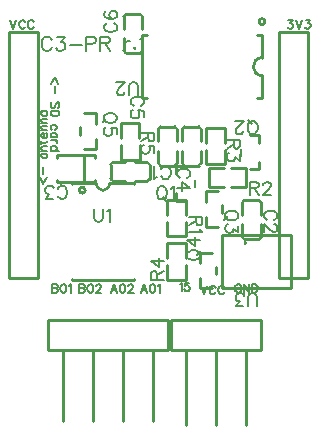
<source format=gto>
G04 Layer: TopSilkLayer*
G04 EasyEDA v6.4.0, 2020-07-20T23:37:23+02:00*
G04 8414f0393b39484c82beb45b477d05cc,d798ca008b2c48fc9d28453cf4f639a5,10*
G04 Gerber Generator version 0.2*
G04 Scale: 100 percent, Rotated: No, Reflected: No *
G04 Dimensions in millimeters *
G04 leading zeros omitted , absolute positions ,3 integer and 3 decimal *
%FSLAX33Y33*%
%MOMM*%
G90*
G71D02*

%ADD10C,0.254000*%
%ADD25C,0.200000*%
%ADD26C,0.203200*%
%ADD27C,0.152400*%

%LPD*%
G54D10*
G01X24536Y3632D02*
G01X18694Y3632D01*
G01X18694Y3632D02*
G01X18694Y8128D01*
G01X18694Y8128D02*
G01X24536Y8128D01*
G01X24536Y8128D02*
G01X24536Y3632D01*
G01X14697Y13970D02*
G01X13497Y13970D01*
G01X14897Y16020D02*
G01X14897Y17020D01*
G01X13296Y16020D02*
G01X13296Y17020D01*
G01X14897Y15220D02*
G01X14897Y14221D01*
G01X13296Y15220D02*
G01X13296Y14221D01*
G01X14697Y17271D02*
G01X13497Y17271D01*
G01X14897Y17071D02*
G01X14897Y17020D01*
G01X13296Y17070D02*
G01X13296Y17020D01*
G01X14897Y14170D02*
G01X14897Y14221D01*
G01X13296Y14171D02*
G01X13296Y14221D01*
G01X11722Y17551D02*
G01X10121Y17551D01*
G01X10127Y15701D02*
G01X10127Y14451D01*
G01X11727Y15701D02*
G01X11727Y14451D01*
G01X10121Y16301D02*
G01X10121Y17551D01*
G01X11722Y16301D02*
G01X11722Y17551D01*
G01X11727Y14451D02*
G01X10127Y14451D01*
G01X11918Y25002D02*
G01X11918Y19701D01*
G01X22117Y19701D02*
G01X22117Y21590D01*
G01X22117Y25002D02*
G01X22117Y23114D01*
G01X22117Y19701D02*
G01X21676Y19701D01*
G01X12359Y19701D02*
G01X11918Y19701D01*
G01X11918Y25002D02*
G01X12359Y25002D01*
G01X21676Y25002D02*
G01X22117Y25002D01*
G01X17627Y13754D02*
G01X17627Y12153D01*
G01X19477Y12159D02*
G01X20727Y12159D01*
G01X19477Y13759D02*
G01X20727Y13759D01*
G01X18877Y12153D02*
G01X17627Y12153D01*
G01X18877Y13754D02*
G01X17627Y13754D01*
G01X20727Y13759D02*
G01X20727Y12159D01*
G01X18961Y17170D02*
G01X17360Y17170D01*
G01X17366Y15320D02*
G01X17366Y14070D01*
G01X18966Y15320D02*
G01X18966Y14070D01*
G01X17360Y15920D02*
G01X17360Y17170D01*
G01X18961Y15920D02*
G01X18961Y17170D01*
G01X18966Y14070D02*
G01X17366Y14070D01*
G01X6666Y17204D02*
G01X6666Y16577D01*
G01X8065Y18390D02*
G01X8065Y17526D01*
G01X8065Y16255D02*
G01X8065Y15391D01*
G01X8065Y18390D02*
G01X7065Y18390D01*
G01X8065Y15391D02*
G01X7065Y15391D01*
G01X15659Y10986D02*
G01X14844Y10986D01*
G01X14844Y11645D01*
G01X14844Y13246D02*
G01X14844Y13905D01*
G01X14844Y13246D01*
G01X14844Y13905D01*
G01X15659Y13905D01*
G54D25*
G01X16393Y12146D02*
G01X16393Y12745D01*
G54D10*
G01X21043Y16572D02*
G01X21858Y16572D01*
G01X21858Y15913D01*
G01X21858Y14312D02*
G01X21858Y13653D01*
G01X21858Y14312D01*
G01X21858Y13653D01*
G01X21043Y13653D01*
G54D25*
G01X20309Y15412D02*
G01X20309Y14813D01*
G54D10*
G01X16729Y13970D02*
G01X15529Y13970D01*
G01X16929Y16020D02*
G01X16929Y17020D01*
G01X15328Y16020D02*
G01X15328Y17020D01*
G01X16929Y15220D02*
G01X16929Y14221D01*
G01X15328Y15220D02*
G01X15328Y14221D01*
G01X16729Y17271D02*
G01X15529Y17271D01*
G01X16929Y17071D02*
G01X16929Y17020D01*
G01X15328Y17070D02*
G01X15328Y17020D01*
G01X16929Y14170D02*
G01X16929Y14221D01*
G01X15328Y14171D02*
G01X15328Y14221D01*
G01X10575Y26796D02*
G01X11775Y26796D01*
G01X10375Y24746D02*
G01X10375Y23746D01*
G01X11976Y24746D02*
G01X11976Y23746D01*
G01X10375Y25546D02*
G01X10375Y26545D01*
G01X11976Y25546D02*
G01X11976Y26545D01*
G01X10575Y23495D02*
G01X11775Y23495D01*
G01X10375Y23695D02*
G01X10375Y23746D01*
G01X11976Y23696D02*
G01X11976Y23746D01*
G01X10375Y26596D02*
G01X10375Y26545D01*
G01X11976Y26595D02*
G01X11976Y26545D01*
G01X15621Y-1651D02*
G01X15621Y-8001D01*
G01X18161Y-1651D02*
G01X18161Y-8001D01*
G01X20701Y-1651D02*
G01X20701Y-8001D01*
G01X21971Y-1651D02*
G01X14351Y-1651D01*
G01X14351Y889D01*
G01X21971Y889D01*
G01X21971Y-1651D01*
G01X18733Y9973D02*
G01X18733Y10600D01*
G01X17334Y8787D02*
G01X17334Y9651D01*
G01X17334Y10922D02*
G01X17334Y11786D01*
G01X17334Y8787D02*
G01X18334Y8787D01*
G01X17334Y11786D02*
G01X18334Y11786D01*
G01X18225Y4766D02*
G01X18225Y5393D01*
G01X16826Y3580D02*
G01X16826Y4444D01*
G01X16826Y5715D02*
G01X16826Y6579D01*
G01X16826Y3580D02*
G01X17826Y3580D01*
G01X16826Y6579D02*
G01X17826Y6579D01*
G01X7950Y14859D02*
G01X6478Y14859D01*
G01X6478Y14859D01*
G01X4750Y14859D01*
G01X7949Y12573D02*
G01X4749Y12573D01*
G01X7949Y12573D02*
G01X7949Y12784D01*
G01X7949Y14647D02*
G01X7949Y14859D01*
G01X4749Y12573D02*
G01X4749Y12784D01*
G01X4749Y14647D02*
G01X4749Y14859D01*
G01X7039Y12573D02*
G01X7039Y14859D01*
G01X25984Y25268D02*
G01X25984Y4449D01*
G01X25984Y4449D02*
G01X23545Y4449D01*
G01X23545Y4449D02*
G01X23545Y25268D01*
G01X23545Y25268D02*
G01X25984Y25268D01*
G01X685Y4449D02*
G01X685Y25268D01*
G01X685Y25268D02*
G01X3124Y25268D01*
G01X3124Y25268D02*
G01X3124Y4449D01*
G01X3124Y4449D02*
G01X685Y4449D01*
G01X15659Y11074D02*
G01X14058Y11074D01*
G01X14064Y9224D02*
G01X14064Y7974D01*
G01X15664Y9224D02*
G01X15664Y7974D01*
G01X14058Y9824D02*
G01X14058Y11074D01*
G01X15659Y9824D02*
G01X15659Y11074D01*
G01X15664Y7974D02*
G01X14064Y7974D01*
G01X14058Y4292D02*
G01X15659Y4292D01*
G01X15653Y6142D02*
G01X15653Y7392D01*
G01X14053Y6142D02*
G01X14053Y7392D01*
G01X15659Y5542D02*
G01X15659Y4292D01*
G01X14058Y5542D02*
G01X14058Y4292D01*
G01X14053Y7392D02*
G01X15653Y7392D01*
G01X6036Y4282D02*
G01X11235Y4282D01*
G01X11235Y12481D02*
G01X11235Y12397D01*
G01X11235Y4366D02*
G01X11235Y4282D01*
G01X6036Y12481D02*
G01X6036Y12397D01*
G01X6036Y4366D02*
G01X6036Y4282D01*
G01X11235Y12481D02*
G01X9235Y12481D01*
G01X6036Y12481D02*
G01X8036Y12481D01*
G01X9271Y12861D02*
G01X9271Y14061D01*
G01X11321Y12661D02*
G01X12321Y12661D01*
G01X11321Y14262D02*
G01X12321Y14262D01*
G01X10521Y12661D02*
G01X9522Y12661D01*
G01X10521Y14262D02*
G01X9522Y14262D01*
G01X12572Y12861D02*
G01X12572Y14061D01*
G01X12372Y12661D02*
G01X12321Y12661D01*
G01X12371Y14262D02*
G01X12321Y14262D01*
G01X9471Y12661D02*
G01X9522Y12661D01*
G01X9472Y14262D02*
G01X9522Y14262D01*
G01X21809Y7747D02*
G01X20609Y7747D01*
G01X22009Y9797D02*
G01X22009Y10797D01*
G01X20408Y9797D02*
G01X20408Y10797D01*
G01X22009Y8997D02*
G01X22009Y7998D01*
G01X20408Y8997D02*
G01X20408Y7998D01*
G01X21809Y11048D02*
G01X20609Y11048D01*
G01X22009Y10848D02*
G01X22009Y10797D01*
G01X20408Y10847D02*
G01X20408Y10797D01*
G01X22009Y7947D02*
G01X22009Y7998D01*
G01X20408Y7948D02*
G01X20408Y7998D01*
G01X7747Y-1651D02*
G01X7747Y-7651D01*
G01X10287Y-1651D02*
G01X10287Y-7651D01*
G01X5207Y-1651D02*
G01X5207Y-7651D01*
G01X12827Y-1651D02*
G01X12827Y-7651D01*
G01X14097Y-1651D02*
G01X3937Y-1651D01*
G01X3937Y889D01*
G01X14097Y889D01*
G01X14097Y-1651D01*
G54D26*
G01X4318Y3931D02*
G01X4318Y3215D01*
G01X4318Y3931D02*
G01X4625Y3931D01*
G01X4726Y3898D01*
G01X4759Y3863D01*
G01X4795Y3794D01*
G01X4795Y3726D01*
G01X4759Y3660D01*
G01X4726Y3624D01*
G01X4625Y3591D01*
G01X4318Y3591D02*
G01X4625Y3591D01*
G01X4726Y3556D01*
G01X4759Y3522D01*
G01X4795Y3454D01*
G01X4795Y3352D01*
G01X4759Y3284D01*
G01X4726Y3251D01*
G01X4625Y3215D01*
G01X4318Y3215D01*
G01X5224Y3931D02*
G01X5123Y3898D01*
G01X5054Y3794D01*
G01X5019Y3624D01*
G01X5019Y3522D01*
G01X5054Y3352D01*
G01X5123Y3251D01*
G01X5224Y3215D01*
G01X5293Y3215D01*
G01X5394Y3251D01*
G01X5463Y3352D01*
G01X5496Y3522D01*
G01X5496Y3624D01*
G01X5463Y3794D01*
G01X5394Y3898D01*
G01X5293Y3931D01*
G01X5224Y3931D01*
G01X5722Y3794D02*
G01X5791Y3830D01*
G01X5892Y3931D01*
G01X5892Y3215D01*
G01X6604Y3931D02*
G01X6604Y3215D01*
G01X6604Y3931D02*
G01X6911Y3931D01*
G01X7012Y3898D01*
G01X7045Y3863D01*
G01X7081Y3794D01*
G01X7081Y3726D01*
G01X7045Y3660D01*
G01X7012Y3624D01*
G01X6911Y3591D01*
G01X6604Y3591D02*
G01X6911Y3591D01*
G01X7012Y3556D01*
G01X7045Y3522D01*
G01X7081Y3454D01*
G01X7081Y3352D01*
G01X7045Y3284D01*
G01X7012Y3251D01*
G01X6911Y3215D01*
G01X6604Y3215D01*
G01X7510Y3931D02*
G01X7409Y3898D01*
G01X7340Y3794D01*
G01X7305Y3624D01*
G01X7305Y3522D01*
G01X7340Y3352D01*
G01X7409Y3251D01*
G01X7510Y3215D01*
G01X7579Y3215D01*
G01X7680Y3251D01*
G01X7749Y3352D01*
G01X7782Y3522D01*
G01X7782Y3624D01*
G01X7749Y3794D01*
G01X7680Y3898D01*
G01X7579Y3931D01*
G01X7510Y3931D01*
G01X8041Y3761D02*
G01X8041Y3794D01*
G01X8077Y3863D01*
G01X8110Y3898D01*
G01X8178Y3931D01*
G01X8315Y3931D01*
G01X8384Y3898D01*
G01X8417Y3863D01*
G01X8450Y3794D01*
G01X8450Y3726D01*
G01X8417Y3660D01*
G01X8348Y3556D01*
G01X8008Y3215D01*
G01X8486Y3215D01*
G01X9542Y3931D02*
G01X9271Y3215D01*
G01X9542Y3931D02*
G01X9817Y3215D01*
G01X9372Y3454D02*
G01X9712Y3454D01*
G01X10246Y3931D02*
G01X10144Y3898D01*
G01X10076Y3794D01*
G01X10040Y3624D01*
G01X10040Y3522D01*
G01X10076Y3352D01*
G01X10144Y3251D01*
G01X10246Y3215D01*
G01X10314Y3215D01*
G01X10416Y3251D01*
G01X10485Y3352D01*
G01X10518Y3522D01*
G01X10518Y3624D01*
G01X10485Y3794D01*
G01X10416Y3898D01*
G01X10314Y3931D01*
G01X10246Y3931D01*
G01X10777Y3761D02*
G01X10777Y3794D01*
G01X10812Y3863D01*
G01X10845Y3898D01*
G01X10914Y3931D01*
G01X11051Y3931D01*
G01X11117Y3898D01*
G01X11153Y3863D01*
G01X11186Y3794D01*
G01X11186Y3726D01*
G01X11153Y3660D01*
G01X11084Y3556D01*
G01X10744Y3215D01*
G01X11221Y3215D01*
G01X12082Y3931D02*
G01X11811Y3215D01*
G01X12082Y3931D02*
G01X12357Y3215D01*
G01X11912Y3454D02*
G01X12252Y3454D01*
G01X12786Y3931D02*
G01X12684Y3898D01*
G01X12616Y3794D01*
G01X12580Y3624D01*
G01X12580Y3522D01*
G01X12616Y3352D01*
G01X12684Y3251D01*
G01X12786Y3215D01*
G01X12854Y3215D01*
G01X12956Y3251D01*
G01X13025Y3352D01*
G01X13058Y3522D01*
G01X13058Y3624D01*
G01X13025Y3794D01*
G01X12956Y3898D01*
G01X12854Y3931D01*
G01X12786Y3931D01*
G01X13284Y3794D02*
G01X13352Y3830D01*
G01X13454Y3931D01*
G01X13454Y3215D01*
G01X15113Y3921D02*
G01X15181Y3957D01*
G01X15283Y4058D01*
G01X15283Y3342D01*
G01X15918Y4058D02*
G01X15577Y4058D01*
G01X15542Y3751D01*
G01X15577Y3787D01*
G01X15679Y3820D01*
G01X15781Y3820D01*
G01X15882Y3787D01*
G01X15951Y3718D01*
G01X15986Y3614D01*
G01X15986Y3548D01*
G01X15951Y3444D01*
G01X15882Y3378D01*
G01X15781Y3342D01*
G01X15679Y3342D01*
G01X15577Y3378D01*
G01X15542Y3411D01*
G01X15509Y3479D01*
G01X16891Y3804D02*
G01X17162Y3088D01*
G01X17437Y3804D02*
G01X17162Y3088D01*
G01X18173Y3634D02*
G01X18138Y3703D01*
G01X18069Y3771D01*
G01X18003Y3804D01*
G01X17866Y3804D01*
G01X17797Y3771D01*
G01X17729Y3703D01*
G01X17696Y3634D01*
G01X17660Y3533D01*
G01X17660Y3360D01*
G01X17696Y3258D01*
G01X17729Y3190D01*
G01X17797Y3124D01*
G01X17866Y3088D01*
G01X18003Y3088D01*
G01X18069Y3124D01*
G01X18138Y3190D01*
G01X18173Y3258D01*
G01X18910Y3634D02*
G01X18874Y3703D01*
G01X18806Y3771D01*
G01X18737Y3804D01*
G01X18602Y3804D01*
G01X18534Y3771D01*
G01X18465Y3703D01*
G01X18432Y3634D01*
G01X18397Y3533D01*
G01X18397Y3360D01*
G01X18432Y3258D01*
G01X18465Y3190D01*
G01X18534Y3124D01*
G01X18602Y3088D01*
G01X18737Y3088D01*
G01X18806Y3124D01*
G01X18874Y3190D01*
G01X18910Y3258D01*
G01X20322Y3761D02*
G01X20289Y3830D01*
G01X20220Y3898D01*
G01X20152Y3931D01*
G01X20017Y3931D01*
G01X19949Y3898D01*
G01X19880Y3830D01*
G01X19845Y3761D01*
G01X19812Y3660D01*
G01X19812Y3487D01*
G01X19845Y3385D01*
G01X19880Y3317D01*
G01X19949Y3251D01*
G01X20017Y3215D01*
G01X20152Y3215D01*
G01X20220Y3251D01*
G01X20289Y3317D01*
G01X20322Y3385D01*
G01X20322Y3487D01*
G01X20152Y3487D02*
G01X20322Y3487D01*
G01X20548Y3931D02*
G01X20548Y3215D01*
G01X20548Y3931D02*
G01X21026Y3215D01*
G01X21026Y3931D02*
G01X21026Y3215D01*
G01X21249Y3931D02*
G01X21249Y3215D01*
G01X21249Y3931D02*
G01X21488Y3931D01*
G01X21592Y3898D01*
G01X21658Y3830D01*
G01X21694Y3761D01*
G01X21727Y3660D01*
G01X21727Y3487D01*
G01X21694Y3385D01*
G01X21658Y3317D01*
G01X21592Y3251D01*
G01X21488Y3215D01*
G01X21249Y3215D01*
G01X3281Y12992D02*
G01X3589Y12446D01*
G01X3896Y12992D01*
G01X3589Y13215D02*
G01X3589Y13830D01*
G01X3418Y14988D02*
G01X3896Y14988D01*
G01X3520Y14988D02*
G01X3451Y14919D01*
G01X3418Y14853D01*
G01X3418Y14749D01*
G01X3451Y14681D01*
G01X3520Y14615D01*
G01X3624Y14579D01*
G01X3690Y14579D01*
G01X3794Y14615D01*
G01X3860Y14681D01*
G01X3896Y14749D01*
G01X3896Y14853D01*
G01X3860Y14919D01*
G01X3794Y14988D01*
G01X3418Y15214D02*
G01X3896Y15214D01*
G01X3556Y15214D02*
G01X3451Y15316D01*
G01X3418Y15384D01*
G01X3418Y15486D01*
G01X3451Y15554D01*
G01X3556Y15587D01*
G01X3896Y15587D01*
G01X3180Y15915D02*
G01X3759Y15915D01*
G01X3860Y15951D01*
G01X3896Y16019D01*
G01X3896Y16085D01*
G01X3418Y15814D02*
G01X3418Y16052D01*
G01X3624Y16311D02*
G01X3624Y16720D01*
G01X3556Y16720D01*
G01X3487Y16687D01*
G01X3451Y16652D01*
G01X3418Y16583D01*
G01X3418Y16482D01*
G01X3451Y16413D01*
G01X3520Y16344D01*
G01X3624Y16311D01*
G01X3690Y16311D01*
G01X3794Y16344D01*
G01X3860Y16413D01*
G01X3896Y16482D01*
G01X3896Y16583D01*
G01X3860Y16652D01*
G01X3794Y16720D01*
G01X3418Y16946D02*
G01X3896Y16946D01*
G01X3556Y16946D02*
G01X3451Y17048D01*
G01X3418Y17117D01*
G01X3418Y17218D01*
G01X3451Y17287D01*
G01X3556Y17320D01*
G01X3896Y17320D01*
G01X3418Y17546D02*
G01X3896Y17546D01*
G01X3556Y17546D02*
G01X3451Y17647D01*
G01X3418Y17716D01*
G01X3418Y17818D01*
G01X3451Y17886D01*
G01X3556Y17922D01*
G01X3896Y17922D01*
G01X3418Y18554D02*
G01X3896Y18554D01*
G01X3520Y18554D02*
G01X3451Y18486D01*
G01X3418Y18417D01*
G01X3418Y18315D01*
G01X3451Y18247D01*
G01X3520Y18181D01*
G01X3624Y18145D01*
G01X3690Y18145D01*
G01X3794Y18181D01*
G01X3860Y18247D01*
G01X3896Y18315D01*
G01X3896Y18417D01*
G01X3860Y18486D01*
G01X3794Y18554D01*
G01X4846Y20916D02*
G01X4538Y21463D01*
G01X4231Y20916D01*
G01X4538Y20693D02*
G01X4538Y20078D01*
G01X4846Y18851D02*
G01X4914Y18920D01*
G01X4947Y19022D01*
G01X4947Y19159D01*
G01X4914Y19260D01*
G01X4846Y19329D01*
G01X4777Y19329D01*
G01X4709Y19293D01*
G01X4676Y19260D01*
G01X4640Y19192D01*
G01X4572Y18989D01*
G01X4538Y18920D01*
G01X4503Y18884D01*
G01X4437Y18851D01*
G01X4333Y18851D01*
G01X4267Y18920D01*
G01X4231Y19022D01*
G01X4231Y19159D01*
G01X4267Y19260D01*
G01X4333Y19329D01*
G01X4947Y18625D02*
G01X4231Y18625D01*
G01X4947Y18625D02*
G01X4947Y18387D01*
G01X4914Y18285D01*
G01X4846Y18216D01*
G01X4777Y18183D01*
G01X4676Y18148D01*
G01X4503Y18148D01*
G01X4401Y18183D01*
G01X4333Y18216D01*
G01X4267Y18285D01*
G01X4231Y18387D01*
G01X4231Y18625D01*
G01X4607Y16990D02*
G01X4676Y17058D01*
G01X4709Y17127D01*
G01X4709Y17228D01*
G01X4676Y17297D01*
G01X4607Y17365D01*
G01X4503Y17399D01*
G01X4437Y17399D01*
G01X4333Y17365D01*
G01X4267Y17297D01*
G01X4231Y17228D01*
G01X4231Y17127D01*
G01X4267Y17058D01*
G01X4333Y16990D01*
G01X4709Y16355D02*
G01X4231Y16355D01*
G01X4607Y16355D02*
G01X4676Y16423D01*
G01X4709Y16492D01*
G01X4709Y16593D01*
G01X4676Y16662D01*
G01X4607Y16730D01*
G01X4503Y16766D01*
G01X4437Y16766D01*
G01X4333Y16730D01*
G01X4267Y16662D01*
G01X4231Y16593D01*
G01X4231Y16492D01*
G01X4267Y16423D01*
G01X4333Y16355D01*
G01X4709Y16131D02*
G01X4231Y16131D01*
G01X4503Y16131D02*
G01X4607Y16095D01*
G01X4676Y16029D01*
G01X4709Y15961D01*
G01X4709Y15857D01*
G01X4947Y15224D02*
G01X4231Y15224D01*
G01X4607Y15224D02*
G01X4676Y15293D01*
G01X4709Y15361D01*
G01X4709Y15463D01*
G01X4676Y15532D01*
G01X4607Y15598D01*
G01X4503Y15633D01*
G01X4437Y15633D01*
G01X4333Y15598D01*
G01X4267Y15532D01*
G01X4231Y15463D01*
G01X4231Y15361D01*
G01X4267Y15293D01*
G01X4333Y15224D01*
G01X762Y26283D02*
G01X1033Y25567D01*
G01X1308Y26283D02*
G01X1033Y25567D01*
G01X2044Y26113D02*
G01X2009Y26182D01*
G01X1940Y26250D01*
G01X1874Y26283D01*
G01X1737Y26283D01*
G01X1668Y26250D01*
G01X1600Y26182D01*
G01X1567Y26113D01*
G01X1531Y26012D01*
G01X1531Y25839D01*
G01X1567Y25737D01*
G01X1600Y25669D01*
G01X1668Y25603D01*
G01X1737Y25567D01*
G01X1874Y25567D01*
G01X1940Y25603D01*
G01X2009Y25669D01*
G01X2044Y25737D01*
G01X2781Y26113D02*
G01X2745Y26182D01*
G01X2677Y26250D01*
G01X2608Y26283D01*
G01X2473Y26283D01*
G01X2405Y26250D01*
G01X2336Y26182D01*
G01X2303Y26113D01*
G01X2268Y26012D01*
G01X2268Y25839D01*
G01X2303Y25737D01*
G01X2336Y25669D01*
G01X2405Y25603D01*
G01X2473Y25567D01*
G01X2608Y25567D01*
G01X2677Y25603D01*
G01X2745Y25669D01*
G01X2781Y25737D01*
G01X24325Y26283D02*
G01X24698Y26283D01*
G01X24495Y26012D01*
G01X24597Y26012D01*
G01X24665Y25976D01*
G01X24698Y25943D01*
G01X24734Y25839D01*
G01X24734Y25773D01*
G01X24698Y25669D01*
G01X24632Y25603D01*
G01X24528Y25567D01*
G01X24427Y25567D01*
G01X24325Y25603D01*
G01X24290Y25636D01*
G01X24257Y25704D01*
G01X24958Y26283D02*
G01X25232Y25567D01*
G01X25504Y26283D02*
G01X25232Y25567D01*
G01X25798Y26283D02*
G01X26172Y26283D01*
G01X25968Y26012D01*
G01X26070Y26012D01*
G01X26139Y25976D01*
G01X26172Y25943D01*
G01X26207Y25839D01*
G01X26207Y25773D01*
G01X26172Y25669D01*
G01X26103Y25603D01*
G01X26001Y25567D01*
G01X25900Y25567D01*
G01X25798Y25603D01*
G01X25763Y25636D01*
G01X25730Y25704D01*
G01X4282Y24599D02*
G01X4224Y24711D01*
G01X4109Y24825D01*
G01X3997Y24884D01*
G01X3769Y24884D01*
G01X3655Y24825D01*
G01X3543Y24711D01*
G01X3484Y24599D01*
G01X3429Y24429D01*
G01X3429Y24145D01*
G01X3484Y23975D01*
G01X3543Y23860D01*
G01X3655Y23746D01*
G01X3769Y23690D01*
G01X3997Y23690D01*
G01X4109Y23746D01*
G01X4224Y23860D01*
G01X4282Y23975D01*
G01X4770Y24884D02*
G01X5394Y24884D01*
G01X5054Y24429D01*
G01X5224Y24429D01*
G01X5339Y24371D01*
G01X5394Y24315D01*
G01X5450Y24145D01*
G01X5450Y24030D01*
G01X5394Y23860D01*
G01X5280Y23746D01*
G01X5110Y23690D01*
G01X4940Y23690D01*
G01X4770Y23746D01*
G01X4714Y23804D01*
G01X4655Y23916D01*
G01X5826Y24201D02*
G01X6850Y24201D01*
G01X7223Y24884D02*
G01X7223Y23690D01*
G01X7223Y24884D02*
G01X7736Y24884D01*
G01X7907Y24825D01*
G01X7962Y24770D01*
G01X8018Y24655D01*
G01X8018Y24485D01*
G01X7962Y24371D01*
G01X7907Y24315D01*
G01X7736Y24259D01*
G01X7223Y24259D01*
G01X8394Y24884D02*
G01X8394Y23690D01*
G01X8394Y24884D02*
G01X8905Y24884D01*
G01X9077Y24825D01*
G01X9133Y24770D01*
G01X9189Y24655D01*
G01X9189Y24541D01*
G01X9133Y24429D01*
G01X9077Y24371D01*
G01X8905Y24315D01*
G01X8394Y24315D01*
G01X8793Y24315D02*
G01X9189Y23690D01*
G01X10439Y24485D02*
G01X10439Y23690D01*
G01X10439Y24145D02*
G01X10497Y24315D01*
G01X10609Y24429D01*
G01X10723Y24485D01*
G01X10894Y24485D01*
G01X11325Y23975D02*
G01X11269Y23916D01*
G01X11325Y23860D01*
G01X11384Y23916D01*
G01X11325Y23975D01*
G01X11757Y24655D02*
G01X11871Y24711D01*
G01X12042Y24884D01*
G01X12042Y23690D01*
G54D27*
G01X21666Y2072D02*
G01X21666Y2852D01*
G01X21615Y3007D01*
G01X21511Y3111D01*
G01X21353Y3162D01*
G01X21249Y3162D01*
G01X21094Y3111D01*
G01X20990Y3007D01*
G01X20939Y2852D01*
G01X20939Y2072D01*
G01X20492Y2072D02*
G01X19921Y2072D01*
G01X20231Y2489D01*
G01X20076Y2489D01*
G01X19972Y2540D01*
G01X19921Y2590D01*
G01X19867Y2748D01*
G01X19867Y2852D01*
G01X19921Y3007D01*
G01X20025Y3111D01*
G01X20180Y3162D01*
G01X20335Y3162D01*
G01X20492Y3111D01*
G01X20543Y3060D01*
G01X20596Y2956D01*
G01X20802Y7459D02*
G01X20756Y7437D01*
G01X20688Y7368D01*
G01X20688Y7853D01*
G01X11816Y19032D02*
G01X11920Y19085D01*
G01X12024Y19189D01*
G01X12075Y19291D01*
G01X12075Y19499D01*
G01X12024Y19603D01*
G01X11920Y19707D01*
G01X11816Y19761D01*
G01X11658Y19812D01*
G01X11399Y19812D01*
G01X11244Y19761D01*
G01X11140Y19707D01*
G01X11036Y19603D01*
G01X10985Y19499D01*
G01X10985Y19291D01*
G01X11036Y19189D01*
G01X11140Y19085D01*
G01X11244Y19032D01*
G01X12075Y18067D02*
G01X12075Y18585D01*
G01X11607Y18638D01*
G01X11658Y18585D01*
G01X11711Y18430D01*
G01X11711Y18275D01*
G01X11658Y18117D01*
G01X11557Y18013D01*
G01X11399Y17962D01*
G01X11295Y17962D01*
G01X11140Y18013D01*
G01X11036Y18117D01*
G01X10985Y18275D01*
G01X10985Y18430D01*
G01X11036Y18585D01*
G01X11087Y18638D01*
G01X11191Y18689D01*
G01X12964Y16764D02*
G01X11874Y16764D01*
G01X12964Y16764D02*
G01X12964Y16296D01*
G01X12913Y16141D01*
G01X12860Y16088D01*
G01X12755Y16037D01*
G01X12651Y16037D01*
G01X12547Y16088D01*
G01X12496Y16141D01*
G01X12446Y16296D01*
G01X12446Y16764D01*
G01X12446Y16400D02*
G01X11874Y16037D01*
G01X12964Y15069D02*
G01X12964Y15590D01*
G01X12496Y15641D01*
G01X12547Y15590D01*
G01X12600Y15433D01*
G01X12600Y15278D01*
G01X12547Y15123D01*
G01X12446Y15019D01*
G01X12288Y14965D01*
G01X12184Y14965D01*
G01X12029Y15019D01*
G01X11925Y15123D01*
G01X11874Y15278D01*
G01X11874Y15433D01*
G01X11925Y15590D01*
G01X11976Y15641D01*
G01X12080Y15694D01*
G01X11557Y19928D02*
G01X11557Y20708D01*
G01X11506Y20863D01*
G01X11402Y20967D01*
G01X11244Y21018D01*
G01X11140Y21018D01*
G01X10985Y20967D01*
G01X10881Y20863D01*
G01X10830Y20708D01*
G01X10830Y19928D01*
G01X10434Y20187D02*
G01X10434Y20137D01*
G01X10383Y20032D01*
G01X10330Y19979D01*
G01X10226Y19928D01*
G01X10020Y19928D01*
G01X9916Y19979D01*
G01X9862Y20032D01*
G01X9812Y20137D01*
G01X9812Y20241D01*
G01X9862Y20345D01*
G01X9966Y20500D01*
G01X10487Y21018D01*
G01X9758Y21018D01*
G01X21082Y12583D02*
G01X21082Y11493D01*
G01X21082Y12583D02*
G01X21549Y12583D01*
G01X21704Y12532D01*
G01X21757Y12479D01*
G01X21808Y12374D01*
G01X21808Y12270D01*
G01X21757Y12166D01*
G01X21704Y12115D01*
G01X21549Y12065D01*
G01X21082Y12065D01*
G01X21445Y12065D02*
G01X21808Y11493D01*
G01X22204Y12324D02*
G01X22204Y12374D01*
G01X22255Y12479D01*
G01X22308Y12532D01*
G01X22412Y12583D01*
G01X22618Y12583D01*
G01X22722Y12532D01*
G01X22776Y12479D01*
G01X22826Y12374D01*
G01X22826Y12270D01*
G01X22776Y12166D01*
G01X22672Y12011D01*
G01X22151Y11493D01*
G01X22880Y11493D01*
G01X20203Y16129D02*
G01X19113Y16129D01*
G01X20203Y16129D02*
G01X20203Y15661D01*
G01X20152Y15506D01*
G01X20099Y15453D01*
G01X19994Y15402D01*
G01X19890Y15402D01*
G01X19786Y15453D01*
G01X19735Y15506D01*
G01X19685Y15661D01*
G01X19685Y16129D01*
G01X19685Y15765D02*
G01X19113Y15402D01*
G01X20203Y14955D02*
G01X20203Y14384D01*
G01X19786Y14693D01*
G01X19786Y14538D01*
G01X19735Y14434D01*
G01X19685Y14384D01*
G01X19527Y14330D01*
G01X19423Y14330D01*
G01X19268Y14384D01*
G01X19164Y14488D01*
G01X19113Y14643D01*
G01X19113Y14798D01*
G01X19164Y14955D01*
G01X19215Y15006D01*
G01X19319Y15059D01*
G01X9789Y18102D02*
G01X9738Y18206D01*
G01X9634Y18310D01*
G01X9530Y18364D01*
G01X9372Y18415D01*
G01X9113Y18415D01*
G01X8958Y18364D01*
G01X8854Y18310D01*
G01X8750Y18206D01*
G01X8699Y18102D01*
G01X8699Y17894D01*
G01X8750Y17792D01*
G01X8854Y17688D01*
G01X8958Y17635D01*
G01X9113Y17584D01*
G01X9372Y17584D01*
G01X9530Y17635D01*
G01X9634Y17688D01*
G01X9738Y17792D01*
G01X9789Y17894D01*
G01X9789Y18102D01*
G01X8905Y17947D02*
G01X8595Y17635D01*
G01X9789Y16616D02*
G01X9789Y17137D01*
G01X9321Y17188D01*
G01X9372Y17137D01*
G01X9425Y16979D01*
G01X9425Y16824D01*
G01X9372Y16670D01*
G01X9271Y16565D01*
G01X9113Y16512D01*
G01X9009Y16512D01*
G01X8854Y16565D01*
G01X8750Y16670D01*
G01X8699Y16824D01*
G01X8699Y16979D01*
G01X8750Y17137D01*
G01X8801Y17188D01*
G01X8905Y17241D01*
G01X13520Y12202D02*
G01X13416Y12151D01*
G01X13312Y12047D01*
G01X13258Y11943D01*
G01X13208Y11785D01*
G01X13208Y11526D01*
G01X13258Y11371D01*
G01X13312Y11267D01*
G01X13416Y11163D01*
G01X13520Y11112D01*
G01X13728Y11112D01*
G01X13830Y11163D01*
G01X13934Y11267D01*
G01X13987Y11371D01*
G01X14038Y11526D01*
G01X14038Y11785D01*
G01X13987Y11943D01*
G01X13934Y12047D01*
G01X13830Y12151D01*
G01X13728Y12202D01*
G01X13520Y12202D01*
G01X13675Y11318D02*
G01X13987Y11008D01*
G01X14381Y11993D02*
G01X14485Y12047D01*
G01X14643Y12202D01*
G01X14643Y11112D01*
G01X21404Y16626D02*
G01X21508Y16677D01*
G01X21612Y16781D01*
G01X21666Y16885D01*
G01X21717Y17043D01*
G01X21717Y17302D01*
G01X21666Y17457D01*
G01X21612Y17561D01*
G01X21508Y17665D01*
G01X21404Y17716D01*
G01X21196Y17716D01*
G01X21094Y17665D01*
G01X20990Y17561D01*
G01X20937Y17457D01*
G01X20886Y17302D01*
G01X20886Y17043D01*
G01X20937Y16885D01*
G01X20990Y16781D01*
G01X21094Y16677D01*
G01X21196Y16626D01*
G01X21404Y16626D01*
G01X21249Y17510D02*
G01X20937Y17820D01*
G01X20490Y16885D02*
G01X20490Y16835D01*
G01X20439Y16730D01*
G01X20386Y16677D01*
G01X20281Y16626D01*
G01X20076Y16626D01*
G01X19972Y16677D01*
G01X19918Y16730D01*
G01X19867Y16835D01*
G01X19867Y16939D01*
G01X19918Y17043D01*
G01X20022Y17198D01*
G01X20543Y17716D01*
G01X19814Y17716D01*
G01X15753Y12936D02*
G01X15857Y12989D01*
G01X15961Y13093D01*
G01X16012Y13195D01*
G01X16012Y13403D01*
G01X15961Y13507D01*
G01X15857Y13611D01*
G01X15753Y13665D01*
G01X15595Y13716D01*
G01X15336Y13716D01*
G01X15181Y13665D01*
G01X15077Y13611D01*
G01X14973Y13507D01*
G01X14922Y13403D01*
G01X14922Y13195D01*
G01X14973Y13093D01*
G01X15077Y12989D01*
G01X15181Y12936D01*
G01X16012Y12075D02*
G01X15285Y12593D01*
G01X15285Y11813D01*
G01X16012Y12075D02*
G01X14922Y12075D01*
G01X9011Y26052D02*
G01X8907Y25999D01*
G01X8803Y25895D01*
G01X8752Y25793D01*
G01X8752Y25585D01*
G01X8803Y25481D01*
G01X8907Y25377D01*
G01X9011Y25323D01*
G01X9169Y25273D01*
G01X9428Y25273D01*
G01X9583Y25323D01*
G01X9687Y25377D01*
G01X9791Y25481D01*
G01X9842Y25585D01*
G01X9842Y25793D01*
G01X9791Y25895D01*
G01X9687Y25999D01*
G01X9583Y26052D01*
G01X8907Y27017D02*
G01X8803Y26967D01*
G01X8752Y26809D01*
G01X8752Y26708D01*
G01X8803Y26550D01*
G01X8961Y26446D01*
G01X9220Y26395D01*
G01X9479Y26395D01*
G01X9687Y26446D01*
G01X9791Y26550D01*
G01X9842Y26708D01*
G01X9842Y26758D01*
G01X9791Y26913D01*
G01X9687Y27017D01*
G01X9532Y27071D01*
G01X9479Y27071D01*
G01X9324Y27017D01*
G01X9220Y26913D01*
G01X9169Y26758D01*
G01X9169Y26708D01*
G01X9220Y26550D01*
G01X9324Y26446D01*
G01X9479Y26395D01*
G01X20076Y9847D02*
G01X20025Y9951D01*
G01X19921Y10055D01*
G01X19817Y10109D01*
G01X19659Y10160D01*
G01X19400Y10160D01*
G01X19245Y10109D01*
G01X19141Y10055D01*
G01X19037Y9951D01*
G01X18986Y9847D01*
G01X18986Y9639D01*
G01X19037Y9537D01*
G01X19141Y9433D01*
G01X19245Y9380D01*
G01X19400Y9329D01*
G01X19659Y9329D01*
G01X19817Y9380D01*
G01X19921Y9433D01*
G01X20025Y9537D01*
G01X20076Y9639D01*
G01X20076Y9847D01*
G01X19192Y9692D02*
G01X18882Y9380D01*
G01X20076Y8882D02*
G01X20076Y8310D01*
G01X19659Y8623D01*
G01X19659Y8465D01*
G01X19608Y8361D01*
G01X19558Y8310D01*
G01X19400Y8257D01*
G01X19296Y8257D01*
G01X19141Y8310D01*
G01X19037Y8415D01*
G01X18986Y8569D01*
G01X18986Y8724D01*
G01X19037Y8882D01*
G01X19088Y8933D01*
G01X19192Y8986D01*
G01X15737Y6281D02*
G01X15788Y6177D01*
G01X15892Y6073D01*
G01X15996Y6019D01*
G01X16154Y5969D01*
G01X16413Y5969D01*
G01X16568Y6019D01*
G01X16672Y6073D01*
G01X16776Y6177D01*
G01X16827Y6281D01*
G01X16827Y6489D01*
G01X16776Y6591D01*
G01X16672Y6695D01*
G01X16568Y6748D01*
G01X16413Y6799D01*
G01X16154Y6799D01*
G01X15996Y6748D01*
G01X15892Y6695D01*
G01X15788Y6591D01*
G01X15737Y6489D01*
G01X15737Y6281D01*
G01X16621Y6436D02*
G01X16931Y6748D01*
G01X15737Y7663D02*
G01X16464Y7142D01*
G01X16464Y7922D01*
G01X15737Y7663D02*
G01X16827Y7663D01*
G01X4808Y11424D02*
G01X4861Y11320D01*
G01X4965Y11216D01*
G01X5067Y11165D01*
G01X5275Y11165D01*
G01X5379Y11216D01*
G01X5483Y11320D01*
G01X5537Y11424D01*
G01X5588Y11582D01*
G01X5588Y11841D01*
G01X5537Y11996D01*
G01X5483Y12100D01*
G01X5379Y12204D01*
G01X5275Y12255D01*
G01X5067Y12255D01*
G01X4965Y12204D01*
G01X4861Y12100D01*
G01X4808Y11996D01*
G01X4361Y11165D02*
G01X3789Y11165D01*
G01X4102Y11582D01*
G01X3947Y11582D01*
G01X3843Y11633D01*
G01X3789Y11684D01*
G01X3738Y11841D01*
G01X3738Y11945D01*
G01X3789Y12100D01*
G01X3893Y12204D01*
G01X4051Y12255D01*
G01X4206Y12255D01*
G01X4361Y12204D01*
G01X4414Y12153D01*
G01X4465Y12049D01*
G01X17028Y9652D02*
G01X15938Y9652D01*
G01X17028Y9652D02*
G01X17028Y9184D01*
G01X16977Y9029D01*
G01X16924Y8976D01*
G01X16819Y8925D01*
G01X16715Y8925D01*
G01X16611Y8976D01*
G01X16560Y9029D01*
G01X16510Y9184D01*
G01X16510Y9652D01*
G01X16510Y9288D02*
G01X15938Y8925D01*
G01X16819Y8582D02*
G01X16873Y8478D01*
G01X17028Y8321D01*
G01X15938Y8321D01*
G01X12689Y4318D02*
G01X13779Y4318D01*
G01X12689Y4318D02*
G01X12689Y4785D01*
G01X12740Y4940D01*
G01X12793Y4993D01*
G01X12898Y5044D01*
G01X13002Y5044D01*
G01X13106Y4993D01*
G01X13157Y4940D01*
G01X13208Y4785D01*
G01X13208Y4318D01*
G01X13208Y4681D02*
G01X13779Y5044D01*
G01X12689Y5908D02*
G01X13416Y5387D01*
G01X13416Y6167D01*
G01X12689Y5908D02*
G01X13779Y5908D01*
G01X7874Y10297D02*
G01X7874Y9517D01*
G01X7924Y9362D01*
G01X8028Y9258D01*
G01X8186Y9207D01*
G01X8290Y9207D01*
G01X8445Y9258D01*
G01X8549Y9362D01*
G01X8600Y9517D01*
G01X8600Y10297D01*
G01X8943Y10088D02*
G01X9047Y10142D01*
G01X9204Y10297D01*
G01X9204Y9207D01*
G01X13571Y13075D02*
G01X13624Y12971D01*
G01X13728Y12867D01*
G01X13830Y12816D01*
G01X14038Y12816D01*
G01X14142Y12867D01*
G01X14246Y12971D01*
G01X14300Y13075D01*
G01X14351Y13233D01*
G01X14351Y13492D01*
G01X14300Y13647D01*
G01X14246Y13751D01*
G01X14142Y13855D01*
G01X14038Y13906D01*
G01X13830Y13906D01*
G01X13728Y13855D01*
G01X13624Y13751D01*
G01X13571Y13647D01*
G01X13228Y13025D02*
G01X13124Y12971D01*
G01X12969Y12816D01*
G01X12969Y13906D01*
G01X23119Y9380D02*
G01X23223Y9433D01*
G01X23327Y9537D01*
G01X23378Y9639D01*
G01X23378Y9847D01*
G01X23327Y9951D01*
G01X23223Y10055D01*
G01X23119Y10109D01*
G01X22961Y10160D01*
G01X22702Y10160D01*
G01X22547Y10109D01*
G01X22443Y10055D01*
G01X22339Y9951D01*
G01X22288Y9847D01*
G01X22288Y9639D01*
G01X22339Y9537D01*
G01X22443Y9433D01*
G01X22547Y9380D01*
G01X23119Y8986D02*
G01X23169Y8986D01*
G01X23274Y8933D01*
G01X23327Y8882D01*
G01X23378Y8778D01*
G01X23378Y8569D01*
G01X23327Y8465D01*
G01X23274Y8415D01*
G01X23169Y8361D01*
G01X23065Y8361D01*
G01X22961Y8415D01*
G01X22806Y8519D01*
G01X22288Y9037D01*
G01X22288Y8310D01*
G54D10*
G75*
G01X14697Y17271D02*
G02X14897Y17071I0J-200D01*
G01*
G75*
G01X13497Y17271D02*
G03X13297Y17071I0J-200D01*
G01*
G75*
G01X14697Y13971D02*
G03X14897Y14171I0J200D01*
G01*
G75*
G01X13497Y13971D02*
G02X13297Y14171I0J200D01*
G01*
G75*
G01X22118Y21590D02*
G02X22118Y23114I0J762D01*
G01*
G75*
G01X16729Y17271D02*
G02X16929Y17071I0J-200D01*
G01*
G75*
G01X15529Y17271D02*
G03X15329Y17071I0J-200D01*
G01*
G75*
G01X16729Y13971D02*
G03X16929Y14171I0J200D01*
G01*
G75*
G01X15529Y13971D02*
G02X15329Y14171I0J200D01*
G01*
G75*
G01X10576Y23496D02*
G02X10376Y23696I0J200D01*
G01*
G75*
G01X11776Y23496D02*
G03X11976Y23696I0J200D01*
G01*
G75*
G01X10576Y26796D02*
G03X10376Y26596I0J-200D01*
G01*
G75*
G01X11776Y26796D02*
G02X11976Y26596I0J-200D01*
G01*
G75*
G01X9236Y12482D02*
G02X8035Y12483I-600J0D01*
G01*
G75*
G01X12572Y12862D02*
G02X12372Y12662I-200J0D01*
G01*
G75*
G01X12572Y14062D02*
G03X12372Y14262I-200J0D01*
G01*
G75*
G01X9272Y12862D02*
G03X9472Y12662I200J0D01*
G01*
G75*
G01X9272Y14062D02*
G02X9472Y14262I200J0D01*
G01*
G75*
G01X21809Y11048D02*
G02X22009Y10848I0J-200D01*
G01*
G75*
G01X20609Y11048D02*
G03X20409Y10848I0J-200D01*
G01*
G75*
G01X21809Y7748D02*
G03X22009Y7948I0J200D01*
G01*
G75*
G01X20609Y7748D02*
G02X20409Y7948I0J200D01*
G01*
G75*
G01X22352Y26162D02*
G03X22352Y26162I-254J0D01*
G01*
G75*
G01X7125Y11887D02*
G03X7125Y11887I-254J0D01*
G01*
G75*
G01X5090Y12446D02*
G03X5090Y12446I-10J0D01*
G01*
M00*
M02*

</source>
